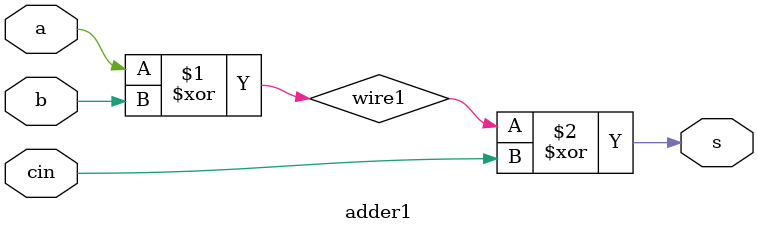
<source format=v>
module adder1(output s, input a, b, cin);

wire wire1;
xor xor1(wire1, a, b);
xor xor2(s, wire1, cin);

endmodule
</source>
